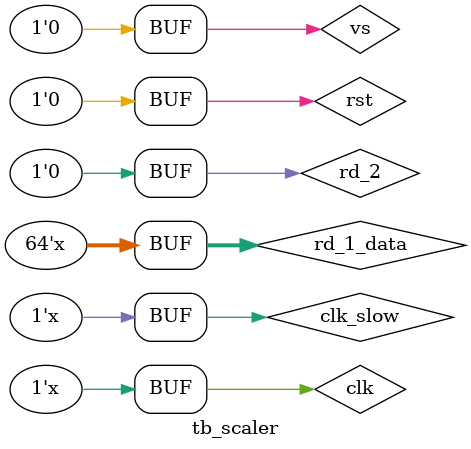
<source format=v>
`timescale 1ns / 1ps


module tb_scaler(

    );
reg  [63:0] rd_1_data  = 0;
wire [63:0] data_2 ;
wire rd_1 ;
reg rd_2 ;
reg clk;
reg clk_slow;
reg vs ;
reg rst ;
wire rd_valid ;

always #5 clk = ~clk ;
always #20 clk_slow = ~clk_slow ;

always #10 rd_1_data  = rd_1_data + 64'h0F0B0A0102080C04;



initial begin


    rd_2 = 0;
    clk = 0;
    clk_slow = 0;
    rst = 1;
    vs = 0;
    #200;
    
    rst = 0;
    #200;
    vs =1 ;
    #20;
    vs = 0;
    
    #50000;
    
    
    vs =1 ;
    #20;
    vs = 0;
    
    
    
    
    
    
    
end
    
    
scaler  
    #(.C_PORT_NUM         (4)    ,
      .C_BYTES_PER_PIXEL  (2)    ,
      .C_FIFO_DEPTH       (1024) )
    scaler_u
    (
    .AXI4_CLK_I          (clk)   ,
    .AXI4_RSTN_I         (~rst)    ,
    .VS_AXI4_I           (vs)    ,
    .HACTIVE_AXI4_I      (64)   , // 11  
    .VACTIVE_AXI4_I      (16) ,   // 
    .SCALE_ENABLE_AXI4_I (1)  ,
    .HSCALE_MODE_AXI4_I  (2), //0:原始bypass  1:/2   2:4 
    .VSCALE_MODE_AXI4_I  (2), //0:原始bypass  1:/2   2:4 
    .RD_EMPTY_AXI4_I     (0),
    .RD_RST_BUSY_AXI4_I  (0),
    .RD_AXI4_O           (rd_1) ,//对于上级读；  上级模式假定为fwft  ; 一般为从axi4 拉取
    .RD_DATA_AXI4_I      (rd_1_data)   ,
    .VID_CLK_I           (clk_slow),
    .VID_RSTN_I          (~rst)   ,
    .VS_VID_I            (vs)  ,
    .RD_VID_I            (1),
    .RD_DATA_VALID_VID_O (rd_valid),
    .RD_EMPTY_VID_O      (),
    .RD_RST_BUSY_VID_O   (),
    .DATA_VID_O          (data_2)//内部结构为fifo;  外部强行拉数据

    );
    
   
    
    
    
endmodule

</source>
